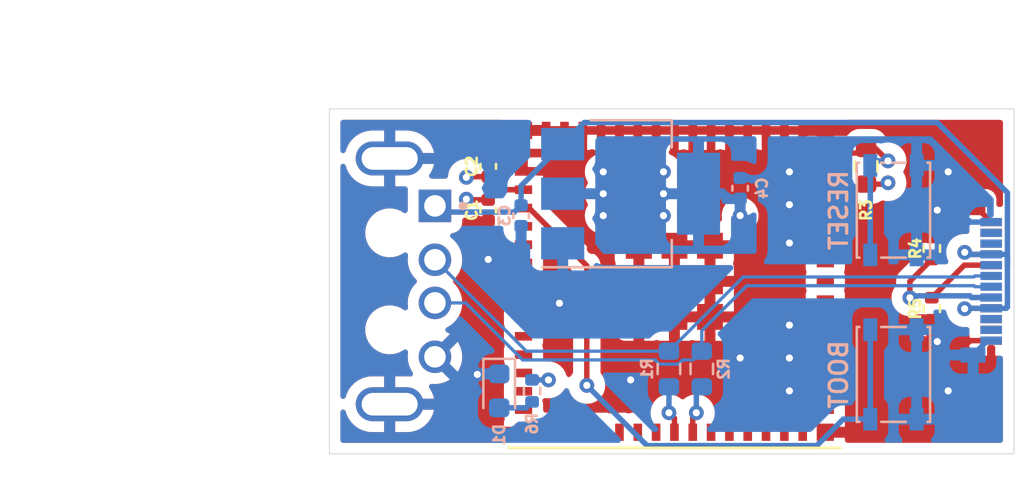
<source format=kicad_pcb>
(kicad_pcb (version 20211014) (generator pcbnew)
  (layers (0 "F.Cu" signal "Front") (1 "In1.Cu" signal) (2 "In2.Cu" signal) (31 "B.Cu" signal "Back") (34 "B.Paste" user) (35 "F.Paste" user) (36 "B.SilkS" user "B.Silkscreen") (37 "F.SilkS" user "F.Silkscreen") (38 "B.Mask" user) (39 "F.Mask" user) (44 "Edge.Cuts" user))
  (net 0 "")
  (net 1 "+3V3")
  (net 2 "GND")
  (net 5 "+5V")
  (net 6 "Net-(P1-PadA5)")
  (net 7 "USB_D+")
  (net 8 "USB_D-")
  (net 14 "Net-(P1-PadB5)")
  (net 18 "/MCU_D-")
  (net 19 "/MCU_D+")
  (net 20 "MCU_EN")
  (net 21 "MCU_BOOT")
  (net 22 "Net-(D1-Pad2)")
  (footprint "Resistor_SMD:R_0402_1005Metric" (layer "F.Cu") (at 143.51 103.886 90)
    (fp_text reference "R4" (at 0 -0.762 90) (layer "F.SilkS") (effects (font (size 0.5 0.5) (thickness 0.125))))
    (fp_text value "5k1")
    (fp_line (start -0.153641 -0.38) (end 0.153641 -0.38) (layer "F.SilkS") (width 0.12))
    (fp_line (start -0.153641 0.38) (end 0.153641 0.38) (layer "F.SilkS") (width 0.12))
    (pad "1" smd roundrect (at -0.51 0 90) (size 0.54 0.64) (layers "F.Cu" "F.Paste" "F.Mask") (net 6 "Net-(P1-PadA5)"))
    (pad "2" smd roundrect (at 0.51 0 90) (size 0.54 0.64) (layers "F.Cu" "F.Paste" "F.Mask") (net 2 "GND"))
  )
  (footprint "Capacitor_SMD:C_0402_1005Metric" (layer "F.Cu") (at 122.936 100.076 90)
    (fp_text reference "C2" (at 0 -0.762 90) (layer "F.SilkS") (effects (font (size 0.5 0.5) (thickness 0.125))))
    (fp_text value ".1u")
    (fp_line (start -0.107836 0.36) (end 0.107836 0.36) (layer "F.SilkS") (width 0.12))
    (fp_line (start -0.107836 -0.36) (end 0.107836 -0.36) (layer "F.SilkS") (width 0.12))
    (pad "1" smd roundrect (at -0.48 0 90) (size 0.56 0.62) (layers "F.Cu" "F.Paste" "F.Mask") (net 1 "+3V3"))
    (pad "2" smd roundrect (at 0.48 0 90) (size 0.56 0.62) (layers "F.Cu" "F.Paste" "F.Mask") (net 2 "GND"))
  )
  (footprint "Capacitor_SMD:C_0402_1005Metric" (layer "F.Cu") (at 122.936 102.108 -90)
    (fp_text reference "C1" (at 0 0.762 90) (layer "F.SilkS") (effects (font (size 0.5 0.5) (thickness 0.125))))
    (fp_text value "22u")
    (fp_line (start -0.107836 0.36) (end 0.107836 0.36) (layer "F.SilkS") (width 0.12))
    (fp_line (start -0.107836 -0.36) (end 0.107836 -0.36) (layer "F.SilkS") (width 0.12))
    (pad "1" smd roundrect (at -0.48 0 270) (size 0.56 0.62) (layers "F.Cu" "F.Paste" "F.Mask") (net 1 "+3V3"))
    (pad "2" smd roundrect (at 0.48 0 270) (size 0.56 0.62) (layers "F.Cu" "F.Paste" "F.Mask") (net 2 "GND"))
  )
  (footprint "Resistor_SMD:R_0402_1005Metric" (layer "F.Cu") (at 143.51 106.68 -90)
    (fp_text reference "R5" (at 0 0.762 90) (layer "F.SilkS") (effects (font (size 0.5 0.5) (thickness 0.125))))
    (fp_text value "5k1")
    (fp_line (start -0.153641 -0.38) (end 0.153641 -0.38) (layer "F.SilkS") (width 0.12))
    (fp_line (start -0.153641 0.38) (end 0.153641 0.38) (layer "F.SilkS") (width 0.12))
    (pad "1" smd roundrect (at -0.51 0 270) (size 0.54 0.64) (layers "F.Cu" "F.Paste" "F.Mask") (net 14 "Net-(P1-PadB5)"))
    (pad "2" smd roundrect (at 0.51 0 270) (size 0.54 0.64) (layers "F.Cu" "F.Paste" "F.Mask") (net 2 "GND"))
  )
  (footprint "Resistor_SMD:R_0603_1608Metric" (layer "F.Cu") (at 140.462 100.076 90)
    (fp_text reference "R3" (at -2.032 0 90) (layer "F.SilkS") (effects (font (size 0.5 0.5) (thickness 0.125))))
    (fp_text value "10k")
    (fp_line (start -0.237258 0.5225) (end 0.237258 0.5225) (layer "F.SilkS") (width 0.12))
    (fp_line (start -0.237258 -0.5225) (end 0.237258 -0.5225) (layer "F.SilkS") (width 0.12))
    (pad "1" smd roundrect (at -0.825 0 90) (size 0.8 0.95) (layers "F.Cu" "F.Paste" "F.Mask") (net 1 "+3V3"))
    (pad "2" smd roundrect (at 0.825 0 90) (size 0.8 0.95) (layers "F.Cu" "F.Paste" "F.Mask") (net 20 "MCU_EN"))
  )
  (footprint "ESP32-S3-MINI-1-N8:XCVR_ESP32-S3-MINI-1-N8" (layer "F.Cu") (at 131.572 105.41)
    (fp_text reference "U2" hide)
    (fp_text value "ESP32-S3-MINI-1-N8")
    (fp_line (start 7.7 7.725) (end -7.7 7.725) (layer "F.SilkS") (width 0.127))
    (pad "1" smd rect (at -7 -5.95) (size 0.8 0.4) (layers "F.Cu" "F.Paste" "F.Mask") (net 2 "GND"))
    (pad "2" smd rect (at -7 -5.1) (size 0.8 0.4) (layers "F.Cu" "F.Paste" "F.Mask") (net 2 "GND"))
    (pad "3" smd rect (at -7 -4.25) (size 0.8 0.4) (layers "F.Cu" "F.Paste" "F.Mask") (net 1 "+3V3"))
    (pad "4" smd rect (at -7 -3.4) (size 0.8 0.4) (layers "F.Cu" "F.Paste" "F.Mask") (net 21 "MCU_BOOT"))
    (pad "5" smd rect (at -7 -2.55) (size 0.8 0.4) (layers "F.Cu" "F.Paste" "F.Mask"))
    (pad "6" smd rect (at -7 -1.7) (size 0.8 0.4) (layers "F.Cu" "F.Paste" "F.Mask"))
    (pad "7" smd rect (at -7 -0.85) (size 0.8 0.4) (layers "F.Cu" "F.Paste" "F.Mask"))
    (pad "8" smd rect (at -7 0) (size 0.8 0.4) (layers "F.Cu" "F.Paste" "F.Mask"))
    (pad "9" smd rect (at -7 0.85) (size 0.8 0.4) (layers "F.Cu" "F.Paste" "F.Mask"))
    (pad "10" smd rect (at -7 1.7) (size 0.8 0.4) (layers "F.Cu" "F.Paste" "F.Mask"))
    (pad "11" smd rect (at -7 2.55) (size 0.8 0.4) (layers "F.Cu" "F.Paste" "F.Mask"))
    (pad "12" smd rect (at -7 3.4) (size 0.8 0.4) (layers "F.Cu" "F.Paste" "F.Mask"))
    (pad "13" smd rect (at -7 4.25) (size 0.8 0.4) (layers "F.Cu" "F.Paste" "F.Mask"))
    (pad "14" smd rect (at -7 5.1) (size 0.8 0.4) (layers "F.Cu" "F.Paste" "F.Mask"))
    (pad "15" smd rect (at -7 5.95) (size 0.8 0.4) (layers "F.Cu" "F.Paste" "F.Mask"))
    (pad "16" smd rect (at -5.95 7) (size 0.4 0.8) (layers "F.Cu" "F.Paste" "F.Mask"))
    (pad "17" smd rect (at -5.1 7) (size 0.4 0.8) (layers "F.Cu" "F.Paste" "F.Mask"))
    (pad "18" smd rect (at -4.25 7) (size 0.4 0.8) (layers "F.Cu" "F.Paste" "F.Mask"))
    (pad "19" smd rect (at -3.4 7) (size 0.4 0.8) (layers "F.Cu" "F.Paste" "F.Mask"))
    (pad "20" smd rect (at -2.55 7) (size 0.4 0.8) (layers "F.Cu" "F.Paste" "F.Mask"))
    (pad "21" smd rect (at -1.7 7) (size 0.4 0.8) (layers "F.Cu" "F.Paste" "F.Mask"))
    (pad "22" smd rect (at -0.85 7) (size 0.4 0.8) (layers "F.Cu" "F.Paste" "F.Mask"))
    (pad "23" smd rect (at 0 7) (size 0.4 0.8) (layers "F.Cu" "F.Paste" "F.Mask") (net 18 "/MCU_D-"))
    (pad "24" smd rect (at 0.85 7) (size 0.4 0.8) (layers "F.Cu" "F.Paste" "F.Mask") (net 19 "/MCU_D+"))
    (pad "25" smd rect (at 1.7 7) (size 0.4 0.8) (layers "F.Cu" "F.Paste" "F.Mask"))
    (pad "26" smd rect (at 2.55 7) (size 0.4 0.8) (layers "F.Cu" "F.Paste" "F.Mask"))
    (pad "27" smd rect (at 3.4 7) (size 0.4 0.8) (layers "F.Cu" "F.Paste" "F.Mask"))
    (pad "28" smd rect (at 4.25 7) (size 0.4 0.8) (layers "F.Cu" "F.Paste" "F.Mask"))
    (pad "29" smd rect (at 5.1 7) (size 0.4 0.8) (layers "F.Cu" "F.Paste" "F.Mask"))
    (pad "30" smd rect (at 5.95 7) (size 0.4 0.8) (layers "F.Cu" "F.Paste" "F.Mask"))
    (pad "31" smd rect (at 7 5.95) (size 0.8 0.4) (layers "F.Cu" "F.Paste" "F.Mask"))
    (pad "32" smd rect (at 7 5.1) (size 0.8 0.4) (layers "F.Cu" "F.Paste" "F.Mask"))
    (pad "33" smd rect (at 7 4.25) (size 0.8 0.4) (layers "F.Cu" "F.Paste" "F.Mask"))
    (pad "34" smd rect (at 7 3.4) (size 0.8 0.4) (layers "F.Cu" "F.Paste" "F.Mask"))
    (pad "35" smd rect (at 7 2.55) (size 0.8 0.4) (layers "F.Cu" "F.Paste" "F.Mask"))
    (pad "36" smd rect (at 7 1.7) (size 0.8 0.4) (layers "F.Cu" "F.Paste" "F.Mask"))
    (pad "37" smd rect (at 7 0.85) (size 0.8 0.4) (layers "F.Cu" "F.Paste" "F.Mask"))
    (pad "38" smd rect (at 7 0) (size 0.8 0.4) (layers "F.Cu" "F.Paste" "F.Mask"))
    (pad "39" smd rect (at 7 -0.85) (size 0.8 0.4) (layers "F.Cu" "F.Paste" "F.Mask"))
    (pad "40" smd rect (at 7 -1.7) (size 0.8 0.4) (layers "F.Cu" "F.Paste" "F.Mask"))
    (pad "41" smd rect (at 7 -2.55) (size 0.8 0.4) (layers "F.Cu" "F.Paste" "F.Mask"))
    (pad "42" smd rect (at 7 -3.4) (size 0.8 0.4) (layers "F.Cu" "F.Paste" "F.Mask") (net 2 "GND"))
    (pad "43" smd rect (at 7 -4.25) (size 0.8 0.4) (layers "F.Cu" "F.Paste" "F.Mask") (net 2 "GND"))
    (pad "44" smd rect (at 7 -5.1) (size 0.8 0.4) (layers "F.Cu" "F.Paste" "F.Mask"))
    (pad "45" smd rect (at 7 -5.95) (size 0.8 0.4) (layers "F.Cu" "F.Paste" "F.Mask") (net 20 "MCU_EN"))
    (pad "46" smd rect (at 5.95 -7) (size 0.4 0.8) (layers "F.Cu" "F.Paste" "F.Mask") (net 2 "GND"))
    (pad "47" smd rect (at 5.1 -7) (size 0.4 0.8) (layers "F.Cu" "F.Paste" "F.Mask") (net 2 "GND"))
    (pad "48" smd rect (at 4.25 -7) (size 0.4 0.8) (layers "F.Cu" "F.Paste" "F.Mask") (net 2 "GND"))
    (pad "49" smd rect (at 3.4 -7) (size 0.4 0.8) (layers "F.Cu" "F.Paste" "F.Mask") (net 2 "GND"))
    (pad "50" smd rect (at 2.55 -7) (size 0.4 0.8) (layers "F.Cu" "F.Paste" "F.Mask") (net 2 "GND"))
    (pad "51" smd rect (at 1.7 -7) (size 0.4 0.8) (layers "F.Cu" "F.Paste" "F.Mask") (net 2 "GND"))
    (pad "52" smd rect (at 0.85 -7) (size 0.4 0.8) (layers "F.Cu" "F.Paste" "F.Mask") (net 2 "GND"))
    (pad "53" smd rect (at 0 -7) (size 0.4 0.8) (layers "F.Cu" "F.Paste" "F.Mask") (net 2 "GND"))
    (pad "54" smd rect (at -0.85 -7) (size 0.4 0.8) (layers "F.Cu" "F.Paste" "F.Mask") (net 2 "GND"))
    (pad "55" smd rect (at -1.7 -7) (size 0.4 0.8) (layers "F.Cu" "F.Paste" "F.Mask") (net 2 "GND"))
    (pad "56" smd rect (at -2.55 -7) (size 0.4 0.8) (layers "F.Cu" "F.Paste" "F.Mask") (net 2 "GND"))
    (pad "57" smd rect (at -3.4 -7) (size 0.4 0.8) (layers "F.Cu" "F.Paste" "F.Mask") (net 2 "GND"))
    (pad "58" smd rect (at -4.25 -7) (size 0.4 0.8) (layers "F.Cu" "F.Paste" "F.Mask") (net 2 "GND"))
    (pad "59" smd rect (at -5.1 -7) (size 0.4 0.8) (layers "F.Cu" "F.Paste" "F.Mask") (net 2 "GND"))
    (pad "60" smd rect (at -5.95 -7) (size 0.4 0.8) (layers "F.Cu" "F.Paste" "F.Mask") (net 2 "GND"))
    (pad "61" smd rect (at 0 0) (size 1.2 1.2) (layers "F.Cu" "F.Paste" "F.Mask") (net 2 "GND"))
    (pad "61_1" smd custom (at -1.65 -1.65) (size 0.4 0.4) (layers "F.Cu") (net 2 "GND") (options (clearance outline) (anchor rect)) (primitives (gr_poly (pts (xy -0.6 0.6) (xy 0.6 0.6) (xy 0.6 -0.6) (xy 0 -0.6) (xy -0.6 0)) (width 0.01) (fill yes))))
    (pad "61_2" smd rect (at 0 -1.65) (size 1.2 1.2) (layers "F.Cu" "F.Paste" "F.Mask") (net 2 "GND"))
    (pad "61_3" smd rect (at 1.65 -1.65) (size 1.2 1.2) (layers "F.Cu" "F.Paste" "F.Mask") (net 2 "GND"))
    (pad "61_4" smd rect (at 1.65 0) (size 1.2 1.2) (layers "F.Cu" "F.Paste" "F.Mask") (net 2 "GND"))
    (pad "61_5" smd rect (at 1.65 1.65) (size 1.2 1.2) (layers "F.Cu" "F.Paste" "F.Mask") (net 2 "GND"))
    (pad "61_6" smd rect (at 0 1.65) (size 1.2 1.2) (layers "F.Cu" "F.Paste" "F.Mask") (net 2 "GND"))
    (pad "61_7" smd rect (at -1.65 1.65) (size 1.2 1.2) (layers "F.Cu" "F.Paste" "F.Mask") (net 2 "GND"))
    (pad "61_8" smd rect (at -1.65 0) (size 1.2 1.2) (layers "F.Cu" "F.Paste" "F.Mask") (net 2 "GND"))
    (pad "62" smd rect (at -7 -7) (size 0.8 0.8) (layers "F.Cu" "F.Paste" "F.Mask") (net 2 "GND"))
    (pad "63" smd rect (at -7 7) (size 0.8 0.8) (layers "F.Cu" "F.Paste" "F.Mask") (net 2 "GND"))
    (pad "64" smd rect (at 7 7) (size 0.8 0.8) (layers "F.Cu" "F.Paste" "F.Mask") (net 2 "GND"))
    (pad "65" smd rect (at 7 -7) (size 0.8 0.8) (layers "F.Cu" "F.Paste" "F.Mask") (net 2 "GND"))
    (zone (net 0) (net_name "") (layer "F.Cu") (connect_pads (clearance 0)) (min_thickness 0.01)
      (keepout (tracks not_allowed) (vias not_allowed) (pads not_allowed) (copperpour not_allowed) (footprints allowed))
      (fill (thermal_gap 0.508) (thermal_bridge_width 0.508))
      (polygon (pts (xy 123.872 92.635) (xy 139.272 92.635) (xy 139.272 97.685) (xy 123.872 97.685)))
    )
    (zone (net 0) (net_name "") (layer "B.Cu") (connect_pads (clearance 0)) (min_thickness 0.01)
      (keepout (tracks not_allowed) (vias not_allowed) (pads not_allowed) (copperpour not_allowed) (footprints allowed))
      (fill (thermal_gap 0.508) (thermal_bridge_width 0.508))
      (polygon (pts (xy 123.872 92.635) (xy 139.272 92.635) (xy 139.272 97.685) (xy 123.872 97.685)))
    )
  )
  (footprint "Button_Switch_SMD:SW_SPST_PTS810" (layer "B.Cu") (at 141.732 109.728 -90)
    (fp_text reference "SW2" hide)
    (fp_text value "SW_SPST")
    (fp_line (start -2.2 1.7) (end -2.2 1.58) (layer "B.SilkS") (width 0.12))
    (fp_line (start -2.2 0.57) (end -2.2 -0.57) (layer "B.SilkS") (width 0.12))
    (fp_line (start -2.2 -1.58) (end -2.2 -1.7) (layer "B.SilkS") (width 0.12))
    (fp_line (start 2.2 1.58) (end 2.2 1.7) (layer "B.SilkS") (width 0.12))
    (fp_line (start 2.2 -1.7) (end 2.2 -1.58) (layer "B.SilkS") (width 0.12))
    (fp_line (start 2.2 1.7) (end -2.2 1.7) (layer "B.SilkS") (width 0.12))
    (fp_line (start 2.2 -0.57) (end 2.2 0.57) (layer "B.SilkS") (width 0.12))
    (fp_line (start -2.2 -1.7) (end 2.2 -1.7) (layer "B.SilkS") (width 0.12))
    (pad "1" smd rect (at 2.075 1.075 270) (size 1.05 0.65) (layers "B.Cu" "B.Paste" "B.Mask") (net 21 "MCU_BOOT"))
    (pad "1" smd rect (at -2.075 1.075 270) (size 1.05 0.65) (layers "B.Cu" "B.Paste" "B.Mask") (net 21 "MCU_BOOT"))
    (pad "2" smd rect (at -2.075 -1.075 270) (size 1.05 0.65) (layers "B.Cu" "B.Paste" "B.Mask") (net 2 "GND"))
    (pad "2" smd rect (at 2.075 -1.075 270) (size 1.05 0.65) (layers "B.Cu" "B.Paste" "B.Mask") (net 2 "GND"))
  )
  (footprint "LED_SMD:LED_0603_1608Metric" (layer "B.Cu") (at 123.444 110.49 -90)
    (fp_text reference "D1" (at 2.032 0 90) (layer "B.SilkS") (effects (font (size 0.5 0.5) (thickness 0.125)) (justify mirror)))
    (fp_text value "LED")
    (fp_line (start 0.8 0.735) (end -1.485 0.735) (layer "B.SilkS") (width 0.12))
    (fp_line (start -1.485 -0.735) (end 0.8 -0.735) (layer "B.SilkS") (width 0.12))
    (fp_line (start -1.485 0.735) (end -1.485 -0.735) (layer "B.SilkS") (width 0.12))
    (pad "1" smd roundrect (at -0.7875 0 270) (size 0.875 0.95) (layers "B.Cu" "B.Paste" "B.Mask") (net 2 "GND"))
    (pad "2" smd roundrect (at 0.7875 0 270) (size 0.875 0.95) (layers "B.Cu" "B.Paste" "B.Mask") (net 22 "Net-(D1-Pad2)"))
  )
  (footprint "Resistor_SMD:R_0603_1608Metric" (layer "B.Cu") (at 131.318 109.474 90)
    (fp_text reference "R1" (at 0 -1.016 90) (layer "B.SilkS") (effects (font (size 0.5 0.5) (thickness 0.125)) (justify mirror)))
    (fp_text value "0")
    (fp_line (start -0.237258 -0.5225) (end 0.237258 -0.5225) (layer "B.SilkS") (width 0.12))
    (fp_line (start -0.237258 0.5225) (end 0.237258 0.5225) (layer "B.SilkS") (width 0.12))
    (pad "1" smd roundrect (at -0.825 0 90) (size 0.8 0.95) (layers "B.Cu" "B.Paste" "B.Mask") (net 18 "/MCU_D-"))
    (pad "2" smd roundrect (at 0.825 0 90) (size 0.8 0.95) (layers "B.Cu" "B.Paste" "B.Mask") (net 8 "USB_D-"))
  )
  (footprint "Connector_USB:USB_C_Plug_Molex_105444" (layer "B.Cu") (at 146.304 105.41 90)
    (fp_text reference "P1" hide)
    (fp_text value "USB_C_Plug")
    (pad "A1" smd rect (at -2.75 -0.04 90) (size 0.38 1) (layers "B.Cu" "B.Paste" "B.Mask") (net 2 "GND"))
    (pad "A2" smd rect (at -2.25 -0.04 90) (size 0.38 1) (layers "B.Cu" "B.Paste" "B.Mask"))
    (pad "A3" smd rect (at -1.75 -0.04 90) (size 0.38 1) (layers "B.Cu" "B.Paste" "B.Mask"))
    (pad "A4" smd rect (at -1.25 -0.04 90) (size 0.38 1) (layers "B.Cu" "B.Paste" "B.Mask") (net 5 "+5V"))
    (pad "A5" smd rect (at -0.75 -0.04 90) (size 0.38 1) (layers "B.Cu" "B.Paste" "B.Mask") (net 6 "Net-(P1-PadA5)"))
    (pad "A6" smd rect (at -0.25 -0.04 90) (size 0.38 1) (layers "B.Cu" "B.Paste" "B.Mask") (net 7 "USB_D+"))
    (pad "A7" smd rect (at 0.25 -0.04 90) (size 0.38 1) (layers "B.Cu" "B.Paste" "B.Mask") (net 8 "USB_D-"))
    (pad "A8" smd rect (at 0.75 -0.04 90) (size 0.38 1) (layers "B.Cu" "B.Paste" "B.Mask"))
    (pad "A9" smd rect (at 1.25 -0.04 90) (size 0.38 1) (layers "B.Cu" "B.Paste" "B.Mask") (net 5 "+5V"))
    (pad "A10" smd rect (at 1.75 -0.04 90) (size 0.38 1) (layers "B.Cu" "B.Paste" "B.Mask"))
    (pad "A11" smd rect (at 2.25 -0.04 90) (size 0.38 1) (layers "B.Cu" "B.Paste" "B.Mask"))
    (pad "A12" smd rect (at 2.75 -0.04 90) (size 0.38 1) (layers "B.Cu" "B.Paste" "B.Mask") (net 2 "GND"))
    (pad "B1" smd rect (at 2.75 -0.04 90) (size 0.38 1) (layers "F.Cu" "F.Paste" "F.Mask") (net 2 "GND"))
    (pad "B2" smd rect (at 2.25 -0.04 90) (size 0.38 1) (layers "F.Cu" "F.Paste" "F.Mask"))
    (pad "B3" smd rect (at 1.75 -0.04 90) (size 0.38 1) (layers "F.Cu" "F.Paste" "F.Mask"))
    (pad "B4" smd rect (at 1.25 -0.04 90) (size 0.38 1) (layers "F.Cu" "F.Paste" "F.Mask") (net 5 "+5V"))
    (pad "B5" smd rect (at 0.75 -0.04 90) (size 0.38 1) (layers "F.Cu" "F.Paste" "F.Mask") (net 14 "Net-(P1-PadB5)"))
    (pad "B8" smd rect (at -0.75 -0.04 90) (size 0.38 1) (layers "F.Cu" "F.Paste" "F.Mask"))
    (pad "B9" smd rect (at -1.25 -0.04 90) (size 0.38 1) (layers "F.Cu" "F.Paste" "F.Mask") (net 5 "+5V"))
    (pad "B10" smd rect (at -1.75 -0.04 90) (size 0.38 1) (layers "F.Cu" "F.Paste" "F.Mask"))
    (pad "B11" smd rect (at -2.25 -0.04 90) (size 0.38 1) (layers "F.Cu" "F.Paste" "F.Mask"))
    (pad "B12" smd rect (at -2.75 -0.04 90) (size 0.38 1) (layers "F.Cu" "F.Paste" "F.Mask") (net 2 "GND"))
    (pad "S1" smd rect (at -3.42 -0.88 90) (size 0.7 1.15) (layers "B.Cu" "B.Paste" "B.Mask") (net 2 "GND"))
    (pad "S1" smd rect (at 3.42 -0.88 90) (size 0.7 1.15) (layers "F.Cu" "F.Paste" "F.Mask") (net 2 "GND"))
  )
  (footprint "Package_TO_SOT_SMD:SOT-223-3_TabPin2" (layer "B.Cu") (at 129.54 101.346)
    (fp_text reference "U1" hide)
    (fp_text value "AMS1117-3.3")
    (fp_line (start 1.91 3.41) (end 1.91 2.15) (layer "B.SilkS") (width 0.12))
    (fp_line (start -1.85 -3.41) (end 1.91 -3.41) (layer "B.SilkS") (width 0.12))
    (fp_line (start -4.1 3.41) (end 1.91 3.41) (layer "B.SilkS") (width 0.12))
    (fp_line (start 1.91 -3.41) (end 1.91 -2.15) (layer "B.SilkS") (width 0.12))
    (pad "1" smd rect (at -3.15 2.3) (size 2 1.5) (layers "B.Cu" "B.Paste" "B.Mask") (net 2 "GND"))
    (pad "2" smd rect (at 3.15 0) (size 2 3.8) (layers "B.Cu" "B.Paste" "B.Mask") (net 1 "+3V3"))
    (pad "2" smd rect (at -3.15 0) (size 2 1.5) (layers "B.Cu" "B.Paste" "B.Mask") (net 1 "+3V3"))
    (pad "3" smd rect (at -3.15 -2.3) (size 2 1.5) (layers "B.Cu" "B.Paste" "B.Mask") (net 5 "+5V"))
  )
  (footprint "Resistor_SMD:R_0402_1005Metric" (layer "B.Cu") (at 124.968 110.49 -90)
    (fp_text reference "R6" (at 1.524 0 90) (layer "B.SilkS") (effects (font (size 0.5 0.5) (thickness 0.125)) (justify mirror)))
    (fp_text value "5k1")
    (fp_line (start -0.153641 0.38) (end 0.153641 0.38) (layer "B.SilkS") (width 0.12))
    (fp_line (start -0.153641 -0.38) (end 0.153641 -0.38) (layer "B.SilkS") (width 0.12))
    (pad "1" smd roundrect (at -0.51 0 270) (size 0.54 0.64) (layers "B.Cu" "B.Paste" "B.Mask") (net 1 "+3V3"))
    (pad "2" smd roundrect (at 0.51 0 270) (size 0.54 0.64) (layers "B.Cu" "B.Paste" "B.Mask") (net 22 "Net-(D1-Pad2)"))
  )
  (footprint "Capacitor_SMD:C_0402_1005Metric" (layer "B.Cu") (at 124.46 102.362 -90)
    (fp_text reference "C3" (at 0 0.762 90) (layer "B.SilkS") (effects (font (size 0.5 0.5) (thickness 0.125)) (justify mirror)))
    (fp_text value "22u")
    (fp_line (start -0.107836 -0.36) (end 0.107836 -0.36) (layer "B.SilkS") (width 0.12))
    (fp_line (start -0.107836 0.36) (end 0.107836 0.36) (layer "B.SilkS") (width 0.12))
    (pad "1" smd roundrect (at -0.48 0 270) (size 0.56 0.62) (layers "B.Cu" "B.Paste" "B.Mask") (net 5 "+5V"))
    (pad "2" smd roundrect (at 0.48 0 270) (size 0.56 0.62) (layers "B.Cu" "B.Paste" "B.Mask") (net 2 "GND"))
  )
  (footprint "Capacitor_SMD:C_0402_1005Metric" (layer "B.Cu") (at 134.62 101.092 90)
    (fp_text reference "C4" (at 0 1.016 90) (layer "B.SilkS") (effects (font (size 0.5 0.5) (thickness 0.125)) (justify mirror)))
    (fp_text value "22u")
    (fp_line (start -0.107836 0.36) (end 0.107836 0.36) (layer "B.SilkS") (width 0.12))
    (fp_line (start -0.107836 -0.36) (end 0.107836 -0.36) (layer "B.SilkS") (width 0.12))
    (pad "1" smd roundrect (at -0.48 0 90) (size 0.56 0.62) (layers "B.Cu" "B.Paste" "B.Mask") (net 1 "+3V3"))
    (pad "2" smd roundrect (at 0.48 0 90) (size 0.56 0.62) (layers "B.Cu" "B.Paste" "B.Mask") (net 2 "GND"))
  )
  (footprint "Button_Switch_SMD:SW_SPST_PTS810" (layer "B.Cu") (at 141.732 102.108 -90)
    (fp_text reference "SW1" hide)
    (fp_text value "SW_SPST")
    (fp_line (start 2.2 1.58) (end 2.2 1.7) (layer "B.SilkS") (width 0.12))
    (fp_line (start -2.2 -1.58) (end -2.2 -1.7) (layer "B.SilkS") (width 0.12))
    (fp_line (start -2.2 -1.7) (end 2.2 -1.7) (layer "B.SilkS") (width 0.12))
    (fp_line (start 2.2 -0.57) (end 2.2 0.57) (layer "B.SilkS") (width 0.12))
    (fp_line (start 2.2 -1.7) (end 2.2 -1.58) (layer "B.SilkS") (width 0.12))
    (fp_line (start -2.2 0.57) (end -2.2 -0.57) (layer "B.SilkS") (width 0.12))
    (fp_line (start -2.2 1.7) (end -2.2 1.58) (layer "B.SilkS") (width 0.12))
    (fp_line (start 2.2 1.7) (end -2.2 1.7) (layer "B.SilkS") (width 0.12))
    (pad "1" smd rect (at 2.075 1.075 270) (size 1.05 0.65) (layers "B.Cu" "B.Paste" "B.Mask") (net 20 "MCU_EN"))
    (pad "1" smd rect (at -2.075 1.075 270) (size 1.05 0.65) (layers "B.Cu" "B.Paste" "B.Mask") (net 20 "MCU_EN"))
    (pad "2" smd rect (at -2.075 -1.075 270) (size 1.05 0.65) (layers "B.Cu" "B.Paste" "B.Mask") (net 2 "GND"))
    (pad "2" smd rect (at 2.075 -1.075 270) (size 1.05 0.65) (layers "B.Cu" "B.Paste" "B.Mask") (net 2 "GND"))
  )
  (footprint "48037-0001:MOLEX_48037-0001" (layer "B.Cu") (at 118.364 105.41 90)
    (fp_text reference "J1" hide)
    (fp_text value "48037-0001")
    (fp_circle (center 3.5 3.4) (end 3.6 3.4) (layer "B.SilkS") (width 0.2) (fill none))
    (pad "" np_thru_hole circle (at -2.25 0 90) (size 1.25 1.25) (drill 1.25) (layers *.Cu *.Mask))
    (pad "" np_thru_hole circle (at 2.25 0 90) (size 1.25 1.25) (drill 1.25) (layers *.Cu *.Mask))
    (pad "1" thru_hole rect (at 3.5 2.1 90) (size 1.508 1.508) (drill 1) (layers *.Cu *.Mask) (net 5 "+5V"))
    (pad "2" thru_hole circle (at 1 2.1 90) (size 1.508 1.508) (drill 1) (layers *.Cu *.Mask) (net 8 "USB_D-"))
    (pad "3" thru_hole circle (at -1 2.1 90) (size 1.508 1.508) (drill 1) (layers *.Cu *.Mask) (net 7 "USB_D+"))
    (pad "4" thru_hole circle (at -3.5 2.1 90) (size 1.508 1.508) (drill 1) (layers *.Cu *.Mask) (net 2 "GND"))
    (pad "S1" thru_hole oval (at 5.7 0 90) (size 1.575 3.15) (drill oval 1.05 2.6) (layers *.Cu *.Mask) (net 2 "GND"))
    (pad "S2" thru_hole oval (at -5.7 0 90) (size 1.575 3.15) (drill oval 1.05 2.6) (layers *.Cu *.Mask) (net 2 "GND"))
  )
  (footprint "Resistor_SMD:R_0603_1608Metric" (layer "B.Cu") (at 132.842 109.474 90)
    (fp_text reference "R2" (at 0 1.016 90) (layer "B.SilkS") (effects (font (size 0.5 0.5) (thickness 0.125)) (justify mirror)))
    (fp_text value "0")
    (fp_line (start -0.237258 0.5225) (end 0.237258 0.5225) (layer "B.SilkS") (width 0.12))
    (fp_line (start -0.237258 -0.5225) (end 0.237258 -0.5225) (layer "B.SilkS") (width 0.12))
    (pad "1" smd roundrect (at -0.825 0 90) (size 0.8 0.95) (layers "B.Cu" "B.Paste" "B.Mask") (net 19 "/MCU_D+"))
    (pad "2" smd roundrect (at 0.825 0 90) (size 0.8 0.95) (layers "B.Cu" "B.Paste" "B.Mask") (net 7 "USB_D+"))
  )
  (gr_line (start 147.32 97.41) (end 147.32 113.41) (layer "Edge.Cuts") (width 0.0381))
  (gr_line (start 115.57 97.41) (end 115.57 113.41) (layer "Edge.Cuts") (width 0.0381))
  (gr_line (start 147.32 97.41) (end 115.57 97.41) (layer "Edge.Cuts") (width 0.0381))
  (gr_line (start 147.32 113.41) (end 115.57 113.41) (layer "Edge.Cuts") (width 0.0381))
  (gr_text "RESET" (at 139.192 102.108 90) (layer "B.SilkS") (effects (font (size 0.8128 0.8128) (thickness 0.1524)) (justify mirror)))
  (gr_text "BOOT" (at 139.192 109.728 90) (layer "B.SilkS") (effects (font (size 0.8128 0.8128) (thickness 0.1524)) (justify mirror)))
  (segment (start 121.948 101.628) (end 121.92 101.6) (width 0.254) (layer "F.Cu") (net 1))
  (segment (start 121.948 100.556) (end 121.92 100.584) (width 0.254) (layer "F.Cu") (net 1))
  (segment (start 122.936 101.092) (end 122.936 101.628) (width 0.254) (layer "F.Cu") (net 1))
  (segment (start 141.415 100.901) (end 141.478 100.838) (width 0.254) (layer "F.Cu") (net 1))
  (segment (start 122.936 100.556) (end 122.936 101.092) (width 0.254) (layer "F.Cu") (net 1))
  (segment (start 122.936 100.556) (end 121.948 100.556) (width 0.254) (layer "F.Cu") (net 1))
  (segment (start 140.462 100.901) (end 141.415 100.901) (width 0.254) (layer "F.Cu") (net 1))
  (segment (start 123.004 101.16) (end 122.936 101.092) (width 0.254) (layer "F.Cu") (net 1))
  (segment (start 122.936 101.628) (end 121.948 101.628) (width 0.254) (layer "F.Cu") (net 1))
  (segment (start 124.572 101.16) (end 123.004 101.16) (width 0.254) (layer "F.Cu") (net 1))
  (via (at 121.92 100.584) (size 0.6858) (drill 0.3302) (layers "F.Cu" "B.Cu") (net 1))
  (via (at 134.62 102.362) (size 0.6858) (drill 0.3302) (layers "F.Cu" "B.Cu") (net 1))
  (via (at 128.27 102.362) (size 0.6858) (drill 0.3302) (layers "F.Cu" "B.Cu") (net 1))
  (via (at 128.27 101.346) (size 0.6858) (drill 0.3302) (layers "F.Cu" "B.Cu") (net 1))
  (via (at 131.064 101.346) (size 0.6858) (drill 0.3302) (layers "F.Cu" "B.Cu") (net 1))
  (via (at 131.064 102.362) (size 0.6858) (drill 0.3302) (layers "F.Cu" "B.Cu") (net 1))
  (via (at 121.92 101.6) (size 0.6858) (drill 0.3302) (layers "F.Cu" "B.Cu") (net 1))
  (via (at 125.73 109.982) (size 0.6858) (drill 0.3302) (layers "F.Cu" "B.Cu") (net 1))
  (via (at 141.478 100.838) (size 0.6858) (drill 0.3302) (layers "F.Cu" "B.Cu") (net 1))
  (via (at 131.064 100.33) (size 0.6858) (drill 0.3302) (layers "F.Cu" "B.Cu") (net 1))
  (via (at 128.27 100.33) (size 0.6858) (drill 0.3302) (layers "F.Cu" "B.Cu") (net 1))
  (segment (start 134.62 101.572) (end 134.62 102.362) (width 0.254) (layer "B.Cu") (net 1))
  (segment (start 125.728 109.98) (end 125.73 109.982) (width 0.254) (layer "B.Cu") (net 1))
  (segment (start 124.968 109.98) (end 125.728 109.98) (width 0.254) (layer "B.Cu") (net 1))
  (segment (start 131.572 103.76) (end 129.922 103.76) (width 0.508) (layer "F.Cu") (net 2))
  (segment (start 145.594 101.99) (end 146.264 102.66) (width 0.254) (layer "F.Cu") (net 2))
  (segment (start 129.922 103.76) (end 129.796 103.886) (width 0.508) (layer "F.Cu") (net 2))
  (segment (start 129.922 103.76) (end 129.922 105.41) (width 0.508) (layer "F.Cu") (net 2))
  (segment (start 145.424 101.99) (end 145.594 101.99) (width 0.254) (layer "F.Cu") (net 2))
  (segment (start 129.796 103.886) (end 127.762 103.886) (width 0.508) (layer "F.Cu") (net 2))
  (segment (start 146.264 108.16) (end 144.57 108.16) (width 0.254) (layer "F.Cu") (net 2))
  (segment (start 129.922 103.76) (end 129.922 101.726) (width 0.508) (layer "F.Cu") (net 2))
  (via (at 122.428 109.728) (size 0.6858) (drill 0.3302) (layers "F.Cu" "B.Cu") (net 2))
  (via (at 126.238 106.426) (size 0.6858) (drill 0.3302) (layers "F.Cu" "B.Cu") (net 2))
  (via (at 143.764 102.108) (size 0.6858) (drill 0.3302) (layers "F.Cu" "B.Cu") (net 2))
  (via (at 136.906 103.632) (size 0.6858) (drill 0.3302) (layers "F.Cu" "B.Cu") (net 2))
  (via (at 136.906 100.33) (size 0.6858) (drill 0.3302) (layers "F.Cu" "B.Cu") (net 2))
  (via (at 134.62 108.966) (size 0.6858) (drill 0.3302) (layers "F.Cu" "B.Cu") (net 2))
  (via (at 136.906 101.854) (size 0.6858) (drill 0.3302) (layers "F.Cu" "B.Cu") (net 2))
  (via (at 129.54 109.982) (size 0.6858) (drill 0.3302) (layers "F.Cu" "B.Cu") (net 2))
  (via (at 144.272 110.49) (size 0.6858) (drill 0.3302) (layers "F.Cu" "B.Cu") (net 2))
  (via (at 136.906 108.966) (size 0.6858) (drill 0.3302) (layers "F.Cu" "B.Cu") (net 2))
  (via (at 144.272 100.33) (size 0.6858) (drill 0.3302) (layers "F.Cu" "B.Cu") (net 2))
  (via (at 143.764 108.204) (size 0.6858) (drill 0.3302) (layers "F.Cu" "B.Cu") (net 2))
  (via (at 136.906 110.49) (size 0.6858) (drill 0.3302) (layers "F.Cu" "B.Cu") (net 2))
  (via (at 136.906 107.442) (size 0.6858) (drill 0.3302) (layers "F.Cu" "B.Cu") (net 2))
  (via (at 122.936 104.394) (size 0.6858) (drill 0.3302) (layers "F.Cu" "B.Cu") (net 2))
  (segment (start 123.444 109.7025) (end 122.4535 109.7025) (width 0.254) (layer "B.Cu") (net 2))
  (segment (start 146.094 108.16) (end 145.424 108.83) (width 0.254) (layer "B.Cu") (net 2))
  (segment (start 142.807 100.033) (end 142.807 104.183) (width 0.254) (layer "B.Cu") (net 2))
  (segment (start 122.4535 109.7025) (end 122.428 109.728) (width 0.254) (layer "B.Cu") (net 2))
  (segment (start 146.264 108.16) (end 146.094 108.16) (width 0.254) (layer "B.Cu") (net 2))
  (segment (start 146.264 102.66) (end 144.824 102.66) (width 0.254) (layer "B.Cu") (net 2))
  (segment (start 142.807 111.803) (end 142.807 107.653) (width 0.254) (layer "B.Cu") (net 2))
  (segment (start 145.132451 104.16) (end 145.036051 104.0636) (width 0.254) (layer "F.Cu") (net 5))
  (segment (start 146.264 104.16) (end 145.132451 104.16) (width 0.254) (layer "F.Cu") (net 5))
  (segment (start 145.054 106.66) (end 145.034 106.68) (width 0.254) (layer "F.Cu") (net 5))
  (segment (start 146.264 106.66) (end 145.054 106.66) (width 0.254) (layer "F.Cu") (net 5))
  (via (at 145.036051 104.0636) (size 0.6858) (drill 0.3302) (layers "F.Cu" "B.Cu") (net 5))
  (via (at 145.034 106.68) (size 0.6858) (drill 0.3302) (layers "F.Cu" "B.Cu") (net 5))
  (segment (start 145.132451 104.16) (end 145.036051 104.0636) (width 0.254) (layer "B.Cu") (net 5))
  (segment (start 146.962 106.66) (end 146.264 106.66) (width 0.254) (layer "B.Cu") (net 5))
  (segment (start 146.962 104.16) (end 147.018 104.216) (width 0.254) (layer "B.Cu") (net 5))
  (segment (start 120.464 101.91) (end 120.7509 102.1969) (width 0.254) (layer "B.Cu") (net 5))
  (segment (start 127.392 98.044) (end 143.764 98.044) (width 0.254) (layer "B.Cu") (net 5))
  (segment (start 146.264 106.66) (end 145.054 106.66) (width 0.254) (layer "B.Cu") (net 5))
  (segment (start 147.018 104.696) (end 147.018 106.604) (width 0.254) (layer "B.Cu") (net 5))
  (segment (start 146.264 104.16) (end 146.962 104.16) (width 0.254) (layer "B.Cu") (net 5))
  (segment (start 147.018 101.298) (end 147.018 104.696) (width 0.254) (layer "B.Cu") (net 5))
  (segment (start 147.018 104.216) (end 147.018 104.696) (width 0.254) (layer "B.Cu") (net 5))
  (segment (start 143.764 98.044) (end 147.018 101.298) (width 0.254) (layer "B.Cu") (net 5))
  (segment (start 120.7509 102.1969) (end 124.1451 102.1969) (width 0.254) (layer "B.Cu") (net 5))
  (segment (start 124.1451 102.1969) (end 124.46 101.882) (width 0.254) (layer "B.Cu") (net 5))
  (segment (start 126.39 99.046) (end 127.392 98.044) (width 0.254) (layer "B.Cu") (net 5))
  (segment (start 124.46 100.976) (end 126.39 99.046) (width 0.254) (layer "B.Cu") (net 5))
  (segment (start 124.46 101.882) (end 124.46 100.976) (width 0.254) (layer "B.Cu") (net 5))
  (segment (start 146.264 104.16) (end 145.132451 104.16) (width 0.254) (layer "B.Cu") (net 5))
  (segment (start 147.018 106.604) (end 146.962 106.66) (width 0.254) (layer "B.Cu") (net 5))
  (segment (start 145.054 106.66) (end 145.034 106.68) (width 0.254) (layer "B.Cu") (net 5))
  (segment (start 142.494 106.172) (end 142.494 105.412) (width 0.254) (layer "F.Cu") (net 6))
  (segment (start 142.494 105.412) (end 143.51 104.396) (width 0.254) (layer "F.Cu") (net 6))
  (via (at 142.494 106.172) (size 0.6858) (drill 0.3302) (layers "F.Cu" "B.Cu") (net 6))
  (segment (start 145.281245 106.0831) (end 142.5829 106.0831) (width 0.254) (layer "B.Cu") (net 6))
  (segment (start 142.5829 106.0831) (end 142.494 106.172) (width 0.254) (layer "B.Cu") (net 6))
  (segment (start 146.264 106.16) (end 145.358145 106.16) (width 0.254) (layer "B.Cu") (net 6))
  (segment (start 145.358145 106.16) (end 145.281245 106.0831) (width 0.254) (layer "B.Cu") (net 6))
  (segment (start 132.842 107.699737) (end 134.928537 105.6132) (width 0.1524) (layer "B.Cu") (net 7))
  (segment (start 131.760011 109.2522) (end 131.956811 109.0554) (width 0.1524) (layer "B.Cu") (net 7))
  (segment (start 131.956811 109.0554) (end 132.4356 109.0554) (width 0.1524) (layer "B.Cu") (net 7))
  (segment (start 132.4356 109.0554) (end 132.842 108.649) (width 0.1524) (layer "B.Cu") (net 7))
  (segment (start 134.928537 105.6132) (end 145.467199 105.6132) (width 0.1524) (layer "B.Cu") (net 7))
  (segment (start 130.875989 109.2522) (end 131.760011 109.2522) (width 0.1524) (layer "B.Cu") (net 7))
  (segment (start 130.679189 109.0554) (end 130.875989 109.2522) (width 0.1524) (layer "B.Cu") (net 7))
  (segment (start 120.464 106.41) (end 121.889263 106.41) (width 0.1524) (layer "B.Cu") (net 7))
  (segment (start 145.513999 105.66) (end 146.264 105.66) (width 0.1524) (layer "B.Cu") (net 7))
  (segment (start 132.842 108.649) (end 132.842 107.699737) (width 0.1524) (layer "B.Cu") (net 7))
  (segment (start 145.467199 105.6132) (end 145.513999 105.66) (width 0.1524) (layer "B.Cu") (net 7))
  (segment (start 124.534663 109.0554) (end 130.679189 109.0554) (width 0.1524) (layer "B.Cu") (net 7))
  (segment (start 121.889263 106.41) (end 124.534663 109.0554) (width 0.1524) (layer "B.Cu") (net 7))
  (segment (start 145.467199 105.2068) (end 145.513999 105.16) (width 0.1524) (layer "B.Cu") (net 8))
  (segment (start 124.703 108.649) (end 131.318 108.649) (width 0.1524) (layer "B.Cu") (net 8))
  (segment (start 120.464 104.41) (end 124.703 108.649) (width 0.1524) (layer "B.Cu") (net 8))
  (segment (start 145.513999 105.16) (end 146.264 105.16) (width 0.1524) (layer "B.Cu") (net 8))
  (segment (start 134.7602 105.2068) (end 145.467199 105.2068) (width 0.1524) (layer "B.Cu") (net 8))
  (segment (start 131.318 108.649) (end 134.7602 105.2068) (width 0.1524) (layer "B.Cu") (net 8))
  (segment (start 146.264 104.66) (end 145.02 104.66) (width 0.254) (layer "F.Cu") (net 14))
  (segment (start 145.02 104.66) (end 143.51 106.17) (width 0.254) (layer "F.Cu") (net 14))
  (segment (start 131.572 112.41) (end 131.572 111.76) (width 0.254) (layer "F.Cu") (net 18))
  (segment (start 131.572 111.76) (end 131.318 111.506) (width 0.254) (layer "F.Cu") (net 18))
  (via (at 131.318 111.506) (size 0.6858) (drill 0.3302) (layers "F.Cu" "B.Cu") (net 18))
  (segment (start 131.318 111.506) (end 131.318 110.299) (width 0.254) (layer "B.Cu") (net 18))
  (segment (start 132.422 111.672) (end 132.588 111.506) (width 0.254) (layer "F.Cu") (net 19))
  (segment (start 132.422 112.41) (end 132.422 111.672) (width 0.254) (layer "F.Cu") (net 19))
  (via (at 132.588 111.506) (size 0.6858) (drill 0.3302) (layers "F.Cu" "B.Cu") (net 19))
  (segment (start 132.588 111.506) (end 132.588 110.553) (width 0.254) (layer "B.Cu") (net 19))
  (segment (start 132.588 110.553) (end 132.842 110.299) (width 0.254) (layer "B.Cu") (net 19))
  (segment (start 140.907 99.251) (end 141.478 99.822) (width 0.254) (layer "F.Cu") (net 20))
  (segment (start 140.253 99.46) (end 140.462 99.251) (width 0.254) (layer "F.Cu") (net 20))
  (segment (start 140.462 99.251) (end 140.907 99.251) (width 0.254) (layer "F.Cu") (net 20))
  (segment (start 138.572 99.46) (end 140.253 99.46) (width 0.254) (layer "F.Cu") (net 20))
  (via (at 141.478 99.822) (size 0.6858) (drill 0.3302) (layers "F.Cu" "B.Cu") (net 20))
  (segment (start 140.868 99.822) (end 140.657 100.033) (width 0.254) (layer "B.Cu") (net 20))
  (segment (start 140.657 104.183) (end 140.657 100.033) (width 0.254) (layer "B.Cu") (net 20))
  (segment (start 141.478 99.822) (end 140.868 99.822) (width 0.254) (layer "B.Cu") (net 20))
  (segment (start 127.508 104.688) (end 124.83 102.01) (width 0.254) (layer "F.Cu") (net 21))
  (segment (start 127.508 110.236) (end 127.508 104.688) (width 0.254) (layer "F.Cu") (net 21))
  (segment (start 124.83 102.01) (end 124.572 102.01) (width 0.254) (layer "F.Cu") (net 21))
  (via (at 127.508 110.236) (size 0.6858) (drill 0.3302) (layers "F.Cu" "B.Cu") (net 21))
  (segment (start 139.403 111.803) (end 140.657 111.803) (width 0.254) (layer "B.Cu") (net 21))
  (segment (start 140.657 107.653) (end 140.657 111.803) (width 0.254) (layer "B.Cu") (net 21))
  (segment (start 138.176 113.03) (end 139.403 111.803) (width 0.254) (layer "B.Cu") (net 21))
  (segment (start 127.508 110.236) (end 130.302 113.03) (width 0.254) (layer "B.Cu") (net 21))
  (segment (start 130.302 113.03) (end 138.176 113.03) (width 0.254) (layer "B.Cu") (net 21))
  (segment (start 124.6905 111.2775) (end 124.968 111) (width 0.254) (layer "B.Cu") (net 22))
  (segment (start 123.444 111.2775) (end 124.6905 111.2775) (width 0.254) (layer "B.Cu") (net 22))
  (zone (net 2) (net_name "GND") (layers "F.Cu" "In1.Cu" "B.Cu") (connect_pads (clearance 0.508)) (min_thickness 0.254) (fill yes (thermal_gap 0.508) (thermal_bridge_width 0.508))
    (polygon (pts (xy 147.574 113.792) (xy 115.316 113.792) (xy 115.316 97.536) (xy 147.574 97.536)))
  )
  (zone (net 1) (net_name "+3V3") (layer "B.Cu") (priority 1) (connect_pads (clearance 0.508)) (min_thickness 0.254) (fill yes (thermal_gap 0.508) (thermal_bridge_width 0.508))
    (polygon (pts (xy 135.382 104.14) (xy 128.27 104.14) (xy 127.254 102.87) (xy 125.222 102.87) (xy 125.222 99.822) (xy 127.254 99.822) (xy 128.27 98.298) (xy 135.382 98.298)))
  )
)
</source>
